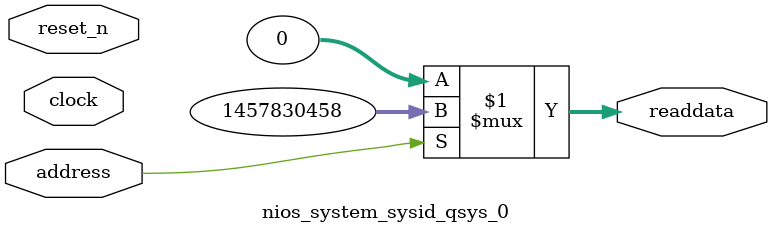
<source format=v>

`timescale 1ns / 1ps
// synthesis translate_on

// turn off superfluous verilog processor warnings 
// altera message_level Level1 
// altera message_off 10034 10035 10036 10037 10230 10240 10030 

module nios_system_sysid_qsys_0 (
               // inputs:
                address,
                clock,
                reset_n,

               // outputs:
                readdata
             )
;

  output  [ 31: 0] readdata;
  input            address;
  input            clock;
  input            reset_n;

  wire    [ 31: 0] readdata;
  //control_slave, which is an e_avalon_slave
  assign readdata = address ? 1457830458 : 0;

endmodule




</source>
